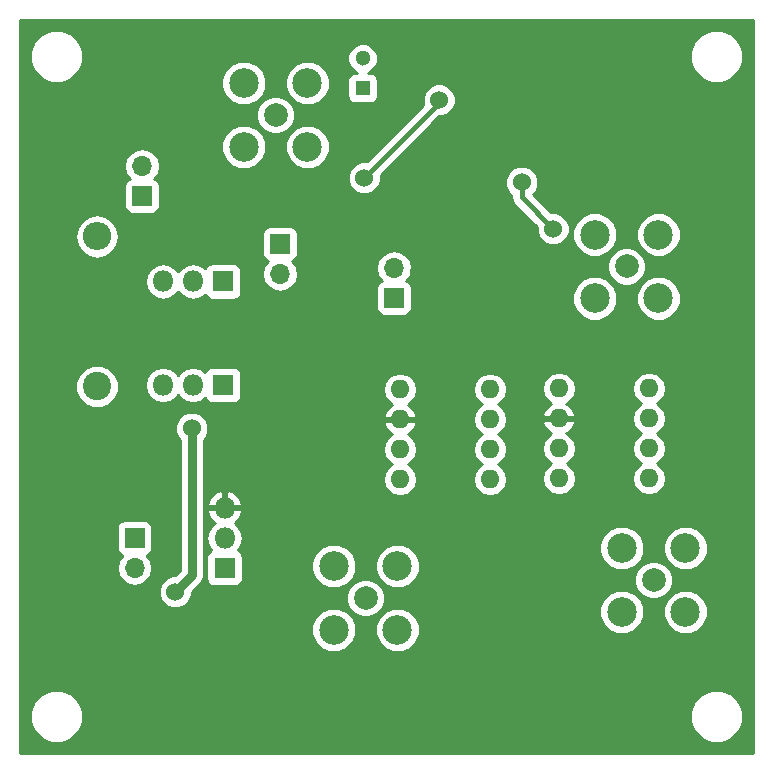
<source format=gbr>
G04 #@! TF.FileFunction,Copper,L2,Bot,Signal*
%FSLAX46Y46*%
G04 Gerber Fmt 4.6, Leading zero omitted, Abs format (unit mm)*
G04 Created by KiCad (PCBNEW 4.0.6) date Monday, June 05, 2017 'PMt' 01:39:35 PM*
%MOMM*%
%LPD*%
G01*
G04 APERTURE LIST*
%ADD10C,0.100000*%
%ADD11R,1.300000X1.300000*%
%ADD12C,1.300000*%
%ADD13R,1.700000X1.700000*%
%ADD14O,1.700000X1.700000*%
%ADD15C,1.998980*%
%ADD16C,2.500000*%
%ADD17R,1.800000X1.800000*%
%ADD18O,1.800000X1.800000*%
%ADD19C,2.400000*%
%ADD20O,2.400000X2.400000*%
%ADD21O,1.600000X1.600000*%
%ADD22C,1.524000*%
%ADD23C,0.381000*%
%ADD24C,0.762000*%
%ADD25C,0.457200*%
%ADD26C,0.254000*%
G04 APERTURE END LIST*
D10*
D11*
X144018000Y-57277000D03*
D12*
X144018000Y-54777000D03*
D13*
X125349000Y-66421000D03*
D14*
X125349000Y-63881000D03*
D15*
X136652000Y-59563000D03*
D16*
X139352020Y-62263020D03*
X133951980Y-62263020D03*
X133951980Y-56862980D03*
X139352020Y-56862980D03*
D13*
X124714000Y-95377000D03*
D14*
X124714000Y-97917000D03*
D13*
X137033000Y-70485000D03*
D14*
X137033000Y-73025000D03*
D13*
X146685000Y-75057000D03*
D14*
X146685000Y-72517000D03*
D17*
X132207000Y-82423000D03*
D18*
X129667000Y-82423000D03*
X127127000Y-82423000D03*
D17*
X132207000Y-73660000D03*
D18*
X129667000Y-73660000D03*
X127127000Y-73660000D03*
D19*
X121539000Y-82550000D03*
D20*
X121539000Y-69850000D03*
D17*
X132334000Y-97917000D03*
D18*
X132334000Y-95377000D03*
X132334000Y-92837000D03*
D15*
X168656000Y-98933000D03*
D16*
X165955980Y-96232980D03*
X171356020Y-96232980D03*
X171356020Y-101633020D03*
X165955980Y-101633020D03*
D15*
X166370000Y-72390000D03*
D16*
X169070020Y-75090020D03*
X163669980Y-75090020D03*
X163669980Y-69689980D03*
X169070020Y-69689980D03*
D15*
X144272000Y-100457000D03*
D16*
X146972020Y-103157020D03*
X141571980Y-103157020D03*
X141571980Y-97756980D03*
X146972020Y-97756980D03*
D21*
X168260038Y-82721340D03*
X168260038Y-85261340D03*
X168260038Y-87801340D03*
X168260038Y-90341340D03*
X160640038Y-90341340D03*
X160640038Y-87801340D03*
X160640038Y-85261340D03*
X160640038Y-82721340D03*
X154813000Y-82804000D03*
X154813000Y-85344000D03*
X154813000Y-87884000D03*
X154813000Y-90424000D03*
X147193000Y-90424000D03*
X147193000Y-87884000D03*
X147193000Y-85344000D03*
X147193000Y-82804000D03*
D22*
X150495000Y-58293000D03*
X144145000Y-64897000D03*
X129540000Y-86106000D03*
X128143000Y-99949000D03*
X138811000Y-93472000D03*
X155321000Y-93345000D03*
X142621000Y-80518000D03*
X160020000Y-73787000D03*
X140970000Y-83566000D03*
X144018000Y-62738000D03*
X156337000Y-97790000D03*
X157607000Y-92964000D03*
X157861000Y-90678000D03*
X157861000Y-86487000D03*
X143764000Y-86487000D03*
X136779000Y-93345000D03*
X160147000Y-69215000D03*
X157480000Y-65278000D03*
D23*
X144145000Y-64897000D02*
X150495000Y-58547000D01*
X150495000Y-58547000D02*
X150495000Y-58293000D01*
D24*
X128143000Y-99949000D02*
X129540000Y-98552000D01*
X129540000Y-98552000D02*
X129540000Y-86106000D01*
D23*
X155321000Y-93345000D02*
X138938000Y-93345000D01*
X138938000Y-93345000D02*
X138811000Y-93472000D01*
D25*
X160020000Y-73787000D02*
X153289000Y-80518000D01*
X153289000Y-80518000D02*
X142621000Y-80518000D01*
X144018000Y-62738000D02*
X140970000Y-65786000D01*
X140970000Y-65786000D02*
X140970000Y-83566000D01*
X157607000Y-92964000D02*
X157607000Y-96520000D01*
X157607000Y-96520000D02*
X156337000Y-97790000D01*
X157861000Y-86487000D02*
X157861000Y-90678000D01*
X136779000Y-93345000D02*
X143637000Y-86487000D01*
X143637000Y-86487000D02*
X143764000Y-86487000D01*
X160147000Y-69215000D02*
X157480000Y-66548000D01*
X157480000Y-66548000D02*
X157480000Y-65278000D01*
D26*
G36*
X177090000Y-113590000D02*
X115010000Y-113590000D01*
X115010000Y-110932619D01*
X115874613Y-110932619D01*
X116214155Y-111754372D01*
X116842321Y-112383636D01*
X117663481Y-112724611D01*
X118552619Y-112725387D01*
X119374372Y-112385845D01*
X120003636Y-111757679D01*
X120344611Y-110936519D01*
X120344614Y-110932619D01*
X171754613Y-110932619D01*
X172094155Y-111754372D01*
X172722321Y-112383636D01*
X173543481Y-112724611D01*
X174432619Y-112725387D01*
X175254372Y-112385845D01*
X175883636Y-111757679D01*
X176224611Y-110936519D01*
X176225387Y-110047381D01*
X175885845Y-109225628D01*
X175257679Y-108596364D01*
X174436519Y-108255389D01*
X173547381Y-108254613D01*
X172725628Y-108594155D01*
X172096364Y-109222321D01*
X171755389Y-110043481D01*
X171754613Y-110932619D01*
X120344614Y-110932619D01*
X120345387Y-110047381D01*
X120005845Y-109225628D01*
X119377679Y-108596364D01*
X118556519Y-108255389D01*
X117667381Y-108254613D01*
X116845628Y-108594155D01*
X116216364Y-109222321D01*
X115875389Y-110043481D01*
X115874613Y-110932619D01*
X115010000Y-110932619D01*
X115010000Y-103530325D01*
X139686654Y-103530325D01*
X139973023Y-104223392D01*
X140502819Y-104754113D01*
X141195385Y-105041692D01*
X141945285Y-105042346D01*
X142638352Y-104755977D01*
X143169073Y-104226181D01*
X143456652Y-103533615D01*
X143456654Y-103530325D01*
X145086694Y-103530325D01*
X145373063Y-104223392D01*
X145902859Y-104754113D01*
X146595425Y-105041692D01*
X147345325Y-105042346D01*
X148038392Y-104755977D01*
X148569113Y-104226181D01*
X148856692Y-103533615D01*
X148857346Y-102783715D01*
X148570977Y-102090648D01*
X148486801Y-102006325D01*
X164070654Y-102006325D01*
X164357023Y-102699392D01*
X164886819Y-103230113D01*
X165579385Y-103517692D01*
X166329285Y-103518346D01*
X167022352Y-103231977D01*
X167553073Y-102702181D01*
X167840652Y-102009615D01*
X167840654Y-102006325D01*
X169470694Y-102006325D01*
X169757063Y-102699392D01*
X170286859Y-103230113D01*
X170979425Y-103517692D01*
X171729325Y-103518346D01*
X172422392Y-103231977D01*
X172953113Y-102702181D01*
X173240692Y-102009615D01*
X173241346Y-101259715D01*
X172954977Y-100566648D01*
X172425181Y-100035927D01*
X171732615Y-99748348D01*
X170982715Y-99747694D01*
X170289648Y-100034063D01*
X169758927Y-100563859D01*
X169471348Y-101256425D01*
X169470694Y-102006325D01*
X167840654Y-102006325D01*
X167841306Y-101259715D01*
X167554937Y-100566648D01*
X167025141Y-100035927D01*
X166332575Y-99748348D01*
X165582675Y-99747694D01*
X164889608Y-100034063D01*
X164358887Y-100563859D01*
X164071308Y-101256425D01*
X164070654Y-102006325D01*
X148486801Y-102006325D01*
X148041181Y-101559927D01*
X147348615Y-101272348D01*
X146598715Y-101271694D01*
X145905648Y-101558063D01*
X145374927Y-102087859D01*
X145087348Y-102780425D01*
X145086694Y-103530325D01*
X143456654Y-103530325D01*
X143457306Y-102783715D01*
X143170937Y-102090648D01*
X142641141Y-101559927D01*
X141948575Y-101272348D01*
X141198675Y-101271694D01*
X140505608Y-101558063D01*
X139974887Y-102087859D01*
X139687308Y-102780425D01*
X139686654Y-103530325D01*
X115010000Y-103530325D01*
X115010000Y-100225661D01*
X126745758Y-100225661D01*
X126957990Y-100739303D01*
X127350630Y-101132629D01*
X127863900Y-101345757D01*
X128419661Y-101346242D01*
X128933303Y-101134010D01*
X129287236Y-100780694D01*
X142637226Y-100780694D01*
X142885538Y-101381655D01*
X143344927Y-101841846D01*
X143945453Y-102091206D01*
X144595694Y-102091774D01*
X145196655Y-101843462D01*
X145656846Y-101384073D01*
X145906206Y-100783547D01*
X145906774Y-100133306D01*
X145658462Y-99532345D01*
X145199073Y-99072154D01*
X144598547Y-98822794D01*
X143948306Y-98822226D01*
X143347345Y-99070538D01*
X142887154Y-99529927D01*
X142637794Y-100130453D01*
X142637226Y-100780694D01*
X129287236Y-100780694D01*
X129326629Y-100741370D01*
X129539757Y-100228100D01*
X129539966Y-99988875D01*
X130258420Y-99270421D01*
X130405581Y-99050179D01*
X130478662Y-98940806D01*
X130556000Y-98552000D01*
X130556000Y-97017000D01*
X130786560Y-97017000D01*
X130786560Y-98817000D01*
X130830838Y-99052317D01*
X130969910Y-99268441D01*
X131182110Y-99413431D01*
X131434000Y-99464440D01*
X133234000Y-99464440D01*
X133469317Y-99420162D01*
X133685441Y-99281090D01*
X133830431Y-99068890D01*
X133881440Y-98817000D01*
X133881440Y-98130285D01*
X139686654Y-98130285D01*
X139973023Y-98823352D01*
X140502819Y-99354073D01*
X141195385Y-99641652D01*
X141945285Y-99642306D01*
X142638352Y-99355937D01*
X143169073Y-98826141D01*
X143456652Y-98133575D01*
X143456654Y-98130285D01*
X145086694Y-98130285D01*
X145373063Y-98823352D01*
X145902859Y-99354073D01*
X146595425Y-99641652D01*
X147345325Y-99642306D01*
X148038392Y-99355937D01*
X148137808Y-99256694D01*
X167021226Y-99256694D01*
X167269538Y-99857655D01*
X167728927Y-100317846D01*
X168329453Y-100567206D01*
X168979694Y-100567774D01*
X169580655Y-100319462D01*
X170040846Y-99860073D01*
X170290206Y-99259547D01*
X170290774Y-98609306D01*
X170042462Y-98008345D01*
X169583073Y-97548154D01*
X168982547Y-97298794D01*
X168332306Y-97298226D01*
X167731345Y-97546538D01*
X167271154Y-98005927D01*
X167021794Y-98606453D01*
X167021226Y-99256694D01*
X148137808Y-99256694D01*
X148569113Y-98826141D01*
X148856692Y-98133575D01*
X148857346Y-97383675D01*
X148570977Y-96690608D01*
X148486801Y-96606285D01*
X164070654Y-96606285D01*
X164357023Y-97299352D01*
X164886819Y-97830073D01*
X165579385Y-98117652D01*
X166329285Y-98118306D01*
X167022352Y-97831937D01*
X167553073Y-97302141D01*
X167840652Y-96609575D01*
X167840654Y-96606285D01*
X169470694Y-96606285D01*
X169757063Y-97299352D01*
X170286859Y-97830073D01*
X170979425Y-98117652D01*
X171729325Y-98118306D01*
X172422392Y-97831937D01*
X172953113Y-97302141D01*
X173240692Y-96609575D01*
X173241346Y-95859675D01*
X172954977Y-95166608D01*
X172425181Y-94635887D01*
X171732615Y-94348308D01*
X170982715Y-94347654D01*
X170289648Y-94634023D01*
X169758927Y-95163819D01*
X169471348Y-95856385D01*
X169470694Y-96606285D01*
X167840654Y-96606285D01*
X167841306Y-95859675D01*
X167554937Y-95166608D01*
X167025141Y-94635887D01*
X166332575Y-94348308D01*
X165582675Y-94347654D01*
X164889608Y-94634023D01*
X164358887Y-95163819D01*
X164071308Y-95856385D01*
X164070654Y-96606285D01*
X148486801Y-96606285D01*
X148041181Y-96159887D01*
X147348615Y-95872308D01*
X146598715Y-95871654D01*
X145905648Y-96158023D01*
X145374927Y-96687819D01*
X145087348Y-97380385D01*
X145086694Y-98130285D01*
X143456654Y-98130285D01*
X143457306Y-97383675D01*
X143170937Y-96690608D01*
X142641141Y-96159887D01*
X141948575Y-95872308D01*
X141198675Y-95871654D01*
X140505608Y-96158023D01*
X139974887Y-96687819D01*
X139687308Y-97380385D01*
X139686654Y-98130285D01*
X133881440Y-98130285D01*
X133881440Y-97017000D01*
X133837162Y-96781683D01*
X133698090Y-96565559D01*
X133485890Y-96420569D01*
X133469656Y-96417281D01*
X133752155Y-95994491D01*
X133869000Y-95407072D01*
X133869000Y-95346928D01*
X133752155Y-94759509D01*
X133419409Y-94261519D01*
X133181418Y-94102499D01*
X133571966Y-93744576D01*
X133825046Y-93201742D01*
X133704997Y-92964000D01*
X132461000Y-92964000D01*
X132461000Y-92984000D01*
X132207000Y-92984000D01*
X132207000Y-92964000D01*
X130963003Y-92964000D01*
X130842954Y-93201742D01*
X131096034Y-93744576D01*
X131486582Y-94102499D01*
X131248591Y-94261519D01*
X130915845Y-94759509D01*
X130799000Y-95346928D01*
X130799000Y-95407072D01*
X130915845Y-95994491D01*
X131196837Y-96415026D01*
X130982559Y-96552910D01*
X130837569Y-96765110D01*
X130786560Y-97017000D01*
X130556000Y-97017000D01*
X130556000Y-92472258D01*
X130842954Y-92472258D01*
X130963003Y-92710000D01*
X132207000Y-92710000D01*
X132207000Y-91466622D01*
X132461000Y-91466622D01*
X132461000Y-92710000D01*
X133704997Y-92710000D01*
X133825046Y-92472258D01*
X133571966Y-91929424D01*
X133130417Y-91524760D01*
X132698740Y-91345964D01*
X132461000Y-91466622D01*
X132207000Y-91466622D01*
X131969260Y-91345964D01*
X131537583Y-91524760D01*
X131096034Y-91929424D01*
X130842954Y-92472258D01*
X130556000Y-92472258D01*
X130556000Y-87884000D01*
X145729887Y-87884000D01*
X145839120Y-88433151D01*
X146150189Y-88898698D01*
X146532275Y-89154000D01*
X146150189Y-89409302D01*
X145839120Y-89874849D01*
X145729887Y-90424000D01*
X145839120Y-90973151D01*
X146150189Y-91438698D01*
X146615736Y-91749767D01*
X147164887Y-91859000D01*
X147221113Y-91859000D01*
X147770264Y-91749767D01*
X148235811Y-91438698D01*
X148546880Y-90973151D01*
X148656113Y-90424000D01*
X148546880Y-89874849D01*
X148235811Y-89409302D01*
X147853725Y-89154000D01*
X148235811Y-88898698D01*
X148546880Y-88433151D01*
X148656113Y-87884000D01*
X148546880Y-87334849D01*
X148235811Y-86869302D01*
X147831297Y-86599014D01*
X148048134Y-86496389D01*
X148424041Y-86081423D01*
X148584904Y-85693039D01*
X148462915Y-85471000D01*
X147320000Y-85471000D01*
X147320000Y-85491000D01*
X147066000Y-85491000D01*
X147066000Y-85471000D01*
X145923085Y-85471000D01*
X145801096Y-85693039D01*
X145961959Y-86081423D01*
X146337866Y-86496389D01*
X146554703Y-86599014D01*
X146150189Y-86869302D01*
X145839120Y-87334849D01*
X145729887Y-87884000D01*
X130556000Y-87884000D01*
X130556000Y-87065707D01*
X130723629Y-86898370D01*
X130936757Y-86385100D01*
X130937242Y-85829339D01*
X130725010Y-85315697D01*
X130332370Y-84922371D01*
X129819100Y-84709243D01*
X129263339Y-84708758D01*
X128749697Y-84920990D01*
X128356371Y-85313630D01*
X128143243Y-85826900D01*
X128142758Y-86382661D01*
X128354990Y-86896303D01*
X128524000Y-87065608D01*
X128524000Y-98131159D01*
X128103195Y-98551965D01*
X127866339Y-98551758D01*
X127352697Y-98763990D01*
X126959371Y-99156630D01*
X126746243Y-99669900D01*
X126745758Y-100225661D01*
X115010000Y-100225661D01*
X115010000Y-97917000D01*
X123199907Y-97917000D01*
X123312946Y-98485285D01*
X123634853Y-98967054D01*
X124116622Y-99288961D01*
X124684907Y-99402000D01*
X124743093Y-99402000D01*
X125311378Y-99288961D01*
X125793147Y-98967054D01*
X126115054Y-98485285D01*
X126228093Y-97917000D01*
X126115054Y-97348715D01*
X125793147Y-96866946D01*
X125751548Y-96839150D01*
X125799317Y-96830162D01*
X126015441Y-96691090D01*
X126160431Y-96478890D01*
X126211440Y-96227000D01*
X126211440Y-94527000D01*
X126167162Y-94291683D01*
X126028090Y-94075559D01*
X125815890Y-93930569D01*
X125564000Y-93879560D01*
X123864000Y-93879560D01*
X123628683Y-93923838D01*
X123412559Y-94062910D01*
X123267569Y-94275110D01*
X123216560Y-94527000D01*
X123216560Y-96227000D01*
X123260838Y-96462317D01*
X123399910Y-96678441D01*
X123612110Y-96823431D01*
X123679541Y-96837086D01*
X123634853Y-96866946D01*
X123312946Y-97348715D01*
X123199907Y-97917000D01*
X115010000Y-97917000D01*
X115010000Y-82913403D01*
X119703682Y-82913403D01*
X119982455Y-83588086D01*
X120498199Y-84104730D01*
X121172395Y-84384681D01*
X121902403Y-84385318D01*
X122577086Y-84106545D01*
X123093730Y-83590801D01*
X123373681Y-82916605D01*
X123374111Y-82423000D01*
X125561928Y-82423000D01*
X125678773Y-83010419D01*
X126011519Y-83508409D01*
X126509509Y-83841155D01*
X127096928Y-83958000D01*
X127157072Y-83958000D01*
X127744491Y-83841155D01*
X128242481Y-83508409D01*
X128397000Y-83277155D01*
X128551519Y-83508409D01*
X129049509Y-83841155D01*
X129636928Y-83958000D01*
X129697072Y-83958000D01*
X130284491Y-83841155D01*
X130705026Y-83560163D01*
X130842910Y-83774441D01*
X131055110Y-83919431D01*
X131307000Y-83970440D01*
X133107000Y-83970440D01*
X133342317Y-83926162D01*
X133558441Y-83787090D01*
X133703431Y-83574890D01*
X133754440Y-83323000D01*
X133754440Y-82804000D01*
X145729887Y-82804000D01*
X145839120Y-83353151D01*
X146150189Y-83818698D01*
X146554703Y-84088986D01*
X146337866Y-84191611D01*
X145961959Y-84606577D01*
X145801096Y-84994961D01*
X145923085Y-85217000D01*
X147066000Y-85217000D01*
X147066000Y-85197000D01*
X147320000Y-85197000D01*
X147320000Y-85217000D01*
X148462915Y-85217000D01*
X148584904Y-84994961D01*
X148424041Y-84606577D01*
X148048134Y-84191611D01*
X147831297Y-84088986D01*
X148235811Y-83818698D01*
X148546880Y-83353151D01*
X148656113Y-82804000D01*
X153349887Y-82804000D01*
X153459120Y-83353151D01*
X153770189Y-83818698D01*
X154152275Y-84074000D01*
X153770189Y-84329302D01*
X153459120Y-84794849D01*
X153349887Y-85344000D01*
X153459120Y-85893151D01*
X153770189Y-86358698D01*
X154152275Y-86614000D01*
X153770189Y-86869302D01*
X153459120Y-87334849D01*
X153349887Y-87884000D01*
X153459120Y-88433151D01*
X153770189Y-88898698D01*
X154152275Y-89154000D01*
X153770189Y-89409302D01*
X153459120Y-89874849D01*
X153349887Y-90424000D01*
X153459120Y-90973151D01*
X153770189Y-91438698D01*
X154235736Y-91749767D01*
X154784887Y-91859000D01*
X154841113Y-91859000D01*
X155390264Y-91749767D01*
X155855811Y-91438698D01*
X156166880Y-90973151D01*
X156276113Y-90424000D01*
X156166880Y-89874849D01*
X155855811Y-89409302D01*
X155473725Y-89154000D01*
X155855811Y-88898698D01*
X156166880Y-88433151D01*
X156276113Y-87884000D01*
X156259671Y-87801340D01*
X159176925Y-87801340D01*
X159286158Y-88350491D01*
X159597227Y-88816038D01*
X159979313Y-89071340D01*
X159597227Y-89326642D01*
X159286158Y-89792189D01*
X159176925Y-90341340D01*
X159286158Y-90890491D01*
X159597227Y-91356038D01*
X160062774Y-91667107D01*
X160611925Y-91776340D01*
X160668151Y-91776340D01*
X161217302Y-91667107D01*
X161682849Y-91356038D01*
X161993918Y-90890491D01*
X162103151Y-90341340D01*
X161993918Y-89792189D01*
X161682849Y-89326642D01*
X161300763Y-89071340D01*
X161682849Y-88816038D01*
X161993918Y-88350491D01*
X162103151Y-87801340D01*
X161993918Y-87252189D01*
X161682849Y-86786642D01*
X161278335Y-86516354D01*
X161495172Y-86413729D01*
X161871079Y-85998763D01*
X162031942Y-85610379D01*
X161909953Y-85388340D01*
X160767038Y-85388340D01*
X160767038Y-85408340D01*
X160513038Y-85408340D01*
X160513038Y-85388340D01*
X159370123Y-85388340D01*
X159248134Y-85610379D01*
X159408997Y-85998763D01*
X159784904Y-86413729D01*
X160001741Y-86516354D01*
X159597227Y-86786642D01*
X159286158Y-87252189D01*
X159176925Y-87801340D01*
X156259671Y-87801340D01*
X156166880Y-87334849D01*
X155855811Y-86869302D01*
X155473725Y-86614000D01*
X155855811Y-86358698D01*
X156166880Y-85893151D01*
X156276113Y-85344000D01*
X156166880Y-84794849D01*
X155855811Y-84329302D01*
X155473725Y-84074000D01*
X155855811Y-83818698D01*
X156166880Y-83353151D01*
X156276113Y-82804000D01*
X156259671Y-82721340D01*
X159176925Y-82721340D01*
X159286158Y-83270491D01*
X159597227Y-83736038D01*
X160001741Y-84006326D01*
X159784904Y-84108951D01*
X159408997Y-84523917D01*
X159248134Y-84912301D01*
X159370123Y-85134340D01*
X160513038Y-85134340D01*
X160513038Y-85114340D01*
X160767038Y-85114340D01*
X160767038Y-85134340D01*
X161909953Y-85134340D01*
X162031942Y-84912301D01*
X161871079Y-84523917D01*
X161495172Y-84108951D01*
X161278335Y-84006326D01*
X161682849Y-83736038D01*
X161993918Y-83270491D01*
X162103151Y-82721340D01*
X166796925Y-82721340D01*
X166906158Y-83270491D01*
X167217227Y-83736038D01*
X167599313Y-83991340D01*
X167217227Y-84246642D01*
X166906158Y-84712189D01*
X166796925Y-85261340D01*
X166906158Y-85810491D01*
X167217227Y-86276038D01*
X167599313Y-86531340D01*
X167217227Y-86786642D01*
X166906158Y-87252189D01*
X166796925Y-87801340D01*
X166906158Y-88350491D01*
X167217227Y-88816038D01*
X167599313Y-89071340D01*
X167217227Y-89326642D01*
X166906158Y-89792189D01*
X166796925Y-90341340D01*
X166906158Y-90890491D01*
X167217227Y-91356038D01*
X167682774Y-91667107D01*
X168231925Y-91776340D01*
X168288151Y-91776340D01*
X168837302Y-91667107D01*
X169302849Y-91356038D01*
X169613918Y-90890491D01*
X169723151Y-90341340D01*
X169613918Y-89792189D01*
X169302849Y-89326642D01*
X168920763Y-89071340D01*
X169302849Y-88816038D01*
X169613918Y-88350491D01*
X169723151Y-87801340D01*
X169613918Y-87252189D01*
X169302849Y-86786642D01*
X168920763Y-86531340D01*
X169302849Y-86276038D01*
X169613918Y-85810491D01*
X169723151Y-85261340D01*
X169613918Y-84712189D01*
X169302849Y-84246642D01*
X168920763Y-83991340D01*
X169302849Y-83736038D01*
X169613918Y-83270491D01*
X169723151Y-82721340D01*
X169613918Y-82172189D01*
X169302849Y-81706642D01*
X168837302Y-81395573D01*
X168288151Y-81286340D01*
X168231925Y-81286340D01*
X167682774Y-81395573D01*
X167217227Y-81706642D01*
X166906158Y-82172189D01*
X166796925Y-82721340D01*
X162103151Y-82721340D01*
X161993918Y-82172189D01*
X161682849Y-81706642D01*
X161217302Y-81395573D01*
X160668151Y-81286340D01*
X160611925Y-81286340D01*
X160062774Y-81395573D01*
X159597227Y-81706642D01*
X159286158Y-82172189D01*
X159176925Y-82721340D01*
X156259671Y-82721340D01*
X156166880Y-82254849D01*
X155855811Y-81789302D01*
X155390264Y-81478233D01*
X154841113Y-81369000D01*
X154784887Y-81369000D01*
X154235736Y-81478233D01*
X153770189Y-81789302D01*
X153459120Y-82254849D01*
X153349887Y-82804000D01*
X148656113Y-82804000D01*
X148546880Y-82254849D01*
X148235811Y-81789302D01*
X147770264Y-81478233D01*
X147221113Y-81369000D01*
X147164887Y-81369000D01*
X146615736Y-81478233D01*
X146150189Y-81789302D01*
X145839120Y-82254849D01*
X145729887Y-82804000D01*
X133754440Y-82804000D01*
X133754440Y-81523000D01*
X133710162Y-81287683D01*
X133571090Y-81071559D01*
X133358890Y-80926569D01*
X133107000Y-80875560D01*
X131307000Y-80875560D01*
X131071683Y-80919838D01*
X130855559Y-81058910D01*
X130710569Y-81271110D01*
X130707281Y-81287344D01*
X130284491Y-81004845D01*
X129697072Y-80888000D01*
X129636928Y-80888000D01*
X129049509Y-81004845D01*
X128551519Y-81337591D01*
X128397000Y-81568845D01*
X128242481Y-81337591D01*
X127744491Y-81004845D01*
X127157072Y-80888000D01*
X127096928Y-80888000D01*
X126509509Y-81004845D01*
X126011519Y-81337591D01*
X125678773Y-81835581D01*
X125561928Y-82423000D01*
X123374111Y-82423000D01*
X123374318Y-82186597D01*
X123095545Y-81511914D01*
X122579801Y-80995270D01*
X121905605Y-80715319D01*
X121175597Y-80714682D01*
X120500914Y-80993455D01*
X119984270Y-81509199D01*
X119704319Y-82183395D01*
X119703682Y-82913403D01*
X115010000Y-82913403D01*
X115010000Y-73660000D01*
X125561928Y-73660000D01*
X125678773Y-74247419D01*
X126011519Y-74745409D01*
X126509509Y-75078155D01*
X127096928Y-75195000D01*
X127157072Y-75195000D01*
X127744491Y-75078155D01*
X128242481Y-74745409D01*
X128397000Y-74514155D01*
X128551519Y-74745409D01*
X129049509Y-75078155D01*
X129636928Y-75195000D01*
X129697072Y-75195000D01*
X130284491Y-75078155D01*
X130705026Y-74797163D01*
X130842910Y-75011441D01*
X131055110Y-75156431D01*
X131307000Y-75207440D01*
X133107000Y-75207440D01*
X133342317Y-75163162D01*
X133558441Y-75024090D01*
X133703431Y-74811890D01*
X133754440Y-74560000D01*
X133754440Y-73025000D01*
X135518907Y-73025000D01*
X135631946Y-73593285D01*
X135953853Y-74075054D01*
X136435622Y-74396961D01*
X137003907Y-74510000D01*
X137062093Y-74510000D01*
X137630378Y-74396961D01*
X138112147Y-74075054D01*
X138434054Y-73593285D01*
X138547093Y-73025000D01*
X138446046Y-72517000D01*
X145170907Y-72517000D01*
X145283946Y-73085285D01*
X145605853Y-73567054D01*
X145647452Y-73594850D01*
X145599683Y-73603838D01*
X145383559Y-73742910D01*
X145238569Y-73955110D01*
X145187560Y-74207000D01*
X145187560Y-75907000D01*
X145231838Y-76142317D01*
X145370910Y-76358441D01*
X145583110Y-76503431D01*
X145835000Y-76554440D01*
X147535000Y-76554440D01*
X147770317Y-76510162D01*
X147986441Y-76371090D01*
X148131431Y-76158890D01*
X148182440Y-75907000D01*
X148182440Y-75463325D01*
X161784654Y-75463325D01*
X162071023Y-76156392D01*
X162600819Y-76687113D01*
X163293385Y-76974692D01*
X164043285Y-76975346D01*
X164736352Y-76688977D01*
X165267073Y-76159181D01*
X165554652Y-75466615D01*
X165554654Y-75463325D01*
X167184694Y-75463325D01*
X167471063Y-76156392D01*
X168000859Y-76687113D01*
X168693425Y-76974692D01*
X169443325Y-76975346D01*
X170136392Y-76688977D01*
X170667113Y-76159181D01*
X170954692Y-75466615D01*
X170955346Y-74716715D01*
X170668977Y-74023648D01*
X170139181Y-73492927D01*
X169446615Y-73205348D01*
X168696715Y-73204694D01*
X168003648Y-73491063D01*
X167472927Y-74020859D01*
X167185348Y-74713425D01*
X167184694Y-75463325D01*
X165554654Y-75463325D01*
X165555306Y-74716715D01*
X165268937Y-74023648D01*
X164739141Y-73492927D01*
X164046575Y-73205348D01*
X163296675Y-73204694D01*
X162603608Y-73491063D01*
X162072887Y-74020859D01*
X161785308Y-74713425D01*
X161784654Y-75463325D01*
X148182440Y-75463325D01*
X148182440Y-74207000D01*
X148138162Y-73971683D01*
X147999090Y-73755559D01*
X147786890Y-73610569D01*
X147719459Y-73596914D01*
X147764147Y-73567054D01*
X148086054Y-73085285D01*
X148159968Y-72713694D01*
X164735226Y-72713694D01*
X164983538Y-73314655D01*
X165442927Y-73774846D01*
X166043453Y-74024206D01*
X166693694Y-74024774D01*
X167294655Y-73776462D01*
X167754846Y-73317073D01*
X168004206Y-72716547D01*
X168004774Y-72066306D01*
X167756462Y-71465345D01*
X167297073Y-71005154D01*
X166696547Y-70755794D01*
X166046306Y-70755226D01*
X165445345Y-71003538D01*
X164985154Y-71462927D01*
X164735794Y-72063453D01*
X164735226Y-72713694D01*
X148159968Y-72713694D01*
X148199093Y-72517000D01*
X148086054Y-71948715D01*
X147764147Y-71466946D01*
X147282378Y-71145039D01*
X146714093Y-71032000D01*
X146655907Y-71032000D01*
X146087622Y-71145039D01*
X145605853Y-71466946D01*
X145283946Y-71948715D01*
X145170907Y-72517000D01*
X138446046Y-72517000D01*
X138434054Y-72456715D01*
X138112147Y-71974946D01*
X138070548Y-71947150D01*
X138118317Y-71938162D01*
X138334441Y-71799090D01*
X138479431Y-71586890D01*
X138530440Y-71335000D01*
X138530440Y-69635000D01*
X138486162Y-69399683D01*
X138347090Y-69183559D01*
X138134890Y-69038569D01*
X137883000Y-68987560D01*
X136183000Y-68987560D01*
X135947683Y-69031838D01*
X135731559Y-69170910D01*
X135586569Y-69383110D01*
X135535560Y-69635000D01*
X135535560Y-71335000D01*
X135579838Y-71570317D01*
X135718910Y-71786441D01*
X135931110Y-71931431D01*
X135998541Y-71945086D01*
X135953853Y-71974946D01*
X135631946Y-72456715D01*
X135518907Y-73025000D01*
X133754440Y-73025000D01*
X133754440Y-72760000D01*
X133710162Y-72524683D01*
X133571090Y-72308559D01*
X133358890Y-72163569D01*
X133107000Y-72112560D01*
X131307000Y-72112560D01*
X131071683Y-72156838D01*
X130855559Y-72295910D01*
X130710569Y-72508110D01*
X130707281Y-72524344D01*
X130284491Y-72241845D01*
X129697072Y-72125000D01*
X129636928Y-72125000D01*
X129049509Y-72241845D01*
X128551519Y-72574591D01*
X128397000Y-72805845D01*
X128242481Y-72574591D01*
X127744491Y-72241845D01*
X127157072Y-72125000D01*
X127096928Y-72125000D01*
X126509509Y-72241845D01*
X126011519Y-72574591D01*
X125678773Y-73072581D01*
X125561928Y-73660000D01*
X115010000Y-73660000D01*
X115010000Y-69814050D01*
X119704000Y-69814050D01*
X119704000Y-69885950D01*
X119843681Y-70588174D01*
X120241459Y-71183491D01*
X120836776Y-71581269D01*
X121539000Y-71720950D01*
X122241224Y-71581269D01*
X122836541Y-71183491D01*
X123234319Y-70588174D01*
X123374000Y-69885950D01*
X123374000Y-69814050D01*
X123234319Y-69111826D01*
X122836541Y-68516509D01*
X122241224Y-68118731D01*
X121539000Y-67979050D01*
X120836776Y-68118731D01*
X120241459Y-68516509D01*
X119843681Y-69111826D01*
X119704000Y-69814050D01*
X115010000Y-69814050D01*
X115010000Y-63881000D01*
X123834907Y-63881000D01*
X123947946Y-64449285D01*
X124269853Y-64931054D01*
X124311452Y-64958850D01*
X124263683Y-64967838D01*
X124047559Y-65106910D01*
X123902569Y-65319110D01*
X123851560Y-65571000D01*
X123851560Y-67271000D01*
X123895838Y-67506317D01*
X124034910Y-67722441D01*
X124247110Y-67867431D01*
X124499000Y-67918440D01*
X126199000Y-67918440D01*
X126434317Y-67874162D01*
X126650441Y-67735090D01*
X126795431Y-67522890D01*
X126846440Y-67271000D01*
X126846440Y-65571000D01*
X126802162Y-65335683D01*
X126697904Y-65173661D01*
X142747758Y-65173661D01*
X142959990Y-65687303D01*
X143352630Y-66080629D01*
X143865900Y-66293757D01*
X144421661Y-66294242D01*
X144935303Y-66082010D01*
X145328629Y-65689370D01*
X145384564Y-65554661D01*
X156082758Y-65554661D01*
X156294990Y-66068303D01*
X156616400Y-66390275D01*
X156616400Y-66548000D01*
X156682138Y-66878485D01*
X156869343Y-67158657D01*
X158750153Y-69039467D01*
X158749758Y-69491661D01*
X158961990Y-70005303D01*
X159354630Y-70398629D01*
X159867900Y-70611757D01*
X160423661Y-70612242D01*
X160937303Y-70400010D01*
X161274616Y-70063285D01*
X161784654Y-70063285D01*
X162071023Y-70756352D01*
X162600819Y-71287073D01*
X163293385Y-71574652D01*
X164043285Y-71575306D01*
X164736352Y-71288937D01*
X165267073Y-70759141D01*
X165554652Y-70066575D01*
X165554654Y-70063285D01*
X167184694Y-70063285D01*
X167471063Y-70756352D01*
X168000859Y-71287073D01*
X168693425Y-71574652D01*
X169443325Y-71575306D01*
X170136392Y-71288937D01*
X170667113Y-70759141D01*
X170954692Y-70066575D01*
X170955346Y-69316675D01*
X170668977Y-68623608D01*
X170139181Y-68092887D01*
X169446615Y-67805308D01*
X168696715Y-67804654D01*
X168003648Y-68091023D01*
X167472927Y-68620819D01*
X167185348Y-69313385D01*
X167184694Y-70063285D01*
X165554654Y-70063285D01*
X165555306Y-69316675D01*
X165268937Y-68623608D01*
X164739141Y-68092887D01*
X164046575Y-67805308D01*
X163296675Y-67804654D01*
X162603608Y-68091023D01*
X162072887Y-68620819D01*
X161785308Y-69313385D01*
X161784654Y-70063285D01*
X161274616Y-70063285D01*
X161330629Y-70007370D01*
X161543757Y-69494100D01*
X161544242Y-68938339D01*
X161332010Y-68424697D01*
X160939370Y-68031371D01*
X160426100Y-67818243D01*
X159971161Y-67817846D01*
X158443465Y-66290150D01*
X158663629Y-66070370D01*
X158876757Y-65557100D01*
X158877242Y-65001339D01*
X158665010Y-64487697D01*
X158272370Y-64094371D01*
X157759100Y-63881243D01*
X157203339Y-63880758D01*
X156689697Y-64092990D01*
X156296371Y-64485630D01*
X156083243Y-64998900D01*
X156082758Y-65554661D01*
X145384564Y-65554661D01*
X145541757Y-65176100D01*
X145542201Y-64667233D01*
X150519412Y-59690022D01*
X150771661Y-59690242D01*
X151285303Y-59478010D01*
X151678629Y-59085370D01*
X151891757Y-58572100D01*
X151892242Y-58016339D01*
X151680010Y-57502697D01*
X151287370Y-57109371D01*
X150774100Y-56896243D01*
X150218339Y-56895758D01*
X149704697Y-57107990D01*
X149311371Y-57500630D01*
X149098243Y-58013900D01*
X149097758Y-58569661D01*
X149158324Y-58716242D01*
X144374366Y-63500200D01*
X143868339Y-63499758D01*
X143354697Y-63711990D01*
X142961371Y-64104630D01*
X142748243Y-64617900D01*
X142747758Y-65173661D01*
X126697904Y-65173661D01*
X126663090Y-65119559D01*
X126450890Y-64974569D01*
X126383459Y-64960914D01*
X126428147Y-64931054D01*
X126750054Y-64449285D01*
X126863093Y-63881000D01*
X126750054Y-63312715D01*
X126428147Y-62830946D01*
X126136876Y-62636325D01*
X132066654Y-62636325D01*
X132353023Y-63329392D01*
X132882819Y-63860113D01*
X133575385Y-64147692D01*
X134325285Y-64148346D01*
X135018352Y-63861977D01*
X135549073Y-63332181D01*
X135836652Y-62639615D01*
X135836654Y-62636325D01*
X137466694Y-62636325D01*
X137753063Y-63329392D01*
X138282859Y-63860113D01*
X138975425Y-64147692D01*
X139725325Y-64148346D01*
X140418392Y-63861977D01*
X140949113Y-63332181D01*
X141236692Y-62639615D01*
X141237346Y-61889715D01*
X140950977Y-61196648D01*
X140421181Y-60665927D01*
X139728615Y-60378348D01*
X138978715Y-60377694D01*
X138285648Y-60664063D01*
X137754927Y-61193859D01*
X137467348Y-61886425D01*
X137466694Y-62636325D01*
X135836654Y-62636325D01*
X135837306Y-61889715D01*
X135550937Y-61196648D01*
X135021141Y-60665927D01*
X134328575Y-60378348D01*
X133578675Y-60377694D01*
X132885608Y-60664063D01*
X132354887Y-61193859D01*
X132067308Y-61886425D01*
X132066654Y-62636325D01*
X126136876Y-62636325D01*
X125946378Y-62509039D01*
X125378093Y-62396000D01*
X125319907Y-62396000D01*
X124751622Y-62509039D01*
X124269853Y-62830946D01*
X123947946Y-63312715D01*
X123834907Y-63881000D01*
X115010000Y-63881000D01*
X115010000Y-59886694D01*
X135017226Y-59886694D01*
X135265538Y-60487655D01*
X135724927Y-60947846D01*
X136325453Y-61197206D01*
X136975694Y-61197774D01*
X137576655Y-60949462D01*
X138036846Y-60490073D01*
X138286206Y-59889547D01*
X138286774Y-59239306D01*
X138038462Y-58638345D01*
X137579073Y-58178154D01*
X136978547Y-57928794D01*
X136328306Y-57928226D01*
X135727345Y-58176538D01*
X135267154Y-58635927D01*
X135017794Y-59236453D01*
X135017226Y-59886694D01*
X115010000Y-59886694D01*
X115010000Y-57236285D01*
X132066654Y-57236285D01*
X132353023Y-57929352D01*
X132882819Y-58460073D01*
X133575385Y-58747652D01*
X134325285Y-58748306D01*
X135018352Y-58461937D01*
X135549073Y-57932141D01*
X135836652Y-57239575D01*
X135836654Y-57236285D01*
X137466694Y-57236285D01*
X137753063Y-57929352D01*
X138282859Y-58460073D01*
X138975425Y-58747652D01*
X139725325Y-58748306D01*
X140418392Y-58461937D01*
X140949113Y-57932141D01*
X141236692Y-57239575D01*
X141237226Y-56627000D01*
X142720560Y-56627000D01*
X142720560Y-57927000D01*
X142764838Y-58162317D01*
X142903910Y-58378441D01*
X143116110Y-58523431D01*
X143368000Y-58574440D01*
X144668000Y-58574440D01*
X144903317Y-58530162D01*
X145119441Y-58391090D01*
X145264431Y-58178890D01*
X145315440Y-57927000D01*
X145315440Y-56627000D01*
X145271162Y-56391683D01*
X145132090Y-56175559D01*
X144919890Y-56030569D01*
X144668000Y-55979560D01*
X144472540Y-55979560D01*
X144744943Y-55867005D01*
X145106735Y-55505845D01*
X145294931Y-55052619D01*
X171754613Y-55052619D01*
X172094155Y-55874372D01*
X172722321Y-56503636D01*
X173543481Y-56844611D01*
X174432619Y-56845387D01*
X175254372Y-56505845D01*
X175883636Y-55877679D01*
X176224611Y-55056519D01*
X176225387Y-54167381D01*
X175885845Y-53345628D01*
X175257679Y-52716364D01*
X174436519Y-52375389D01*
X173547381Y-52374613D01*
X172725628Y-52714155D01*
X172096364Y-53342321D01*
X171755389Y-54163481D01*
X171754613Y-55052619D01*
X145294931Y-55052619D01*
X145302777Y-55033724D01*
X145303223Y-54522519D01*
X145108005Y-54050057D01*
X144746845Y-53688265D01*
X144274724Y-53492223D01*
X143763519Y-53491777D01*
X143291057Y-53686995D01*
X142929265Y-54048155D01*
X142733223Y-54520276D01*
X142732777Y-55031481D01*
X142927995Y-55503943D01*
X143289155Y-55865735D01*
X143563276Y-55979560D01*
X143368000Y-55979560D01*
X143132683Y-56023838D01*
X142916559Y-56162910D01*
X142771569Y-56375110D01*
X142720560Y-56627000D01*
X141237226Y-56627000D01*
X141237346Y-56489675D01*
X140950977Y-55796608D01*
X140421181Y-55265887D01*
X139728615Y-54978308D01*
X138978715Y-54977654D01*
X138285648Y-55264023D01*
X137754927Y-55793819D01*
X137467348Y-56486385D01*
X137466694Y-57236285D01*
X135836654Y-57236285D01*
X135837306Y-56489675D01*
X135550937Y-55796608D01*
X135021141Y-55265887D01*
X134328575Y-54978308D01*
X133578675Y-54977654D01*
X132885608Y-55264023D01*
X132354887Y-55793819D01*
X132067308Y-56486385D01*
X132066654Y-57236285D01*
X115010000Y-57236285D01*
X115010000Y-55052619D01*
X115874613Y-55052619D01*
X116214155Y-55874372D01*
X116842321Y-56503636D01*
X117663481Y-56844611D01*
X118552619Y-56845387D01*
X119374372Y-56505845D01*
X120003636Y-55877679D01*
X120344611Y-55056519D01*
X120345387Y-54167381D01*
X120005845Y-53345628D01*
X119377679Y-52716364D01*
X118556519Y-52375389D01*
X117667381Y-52374613D01*
X116845628Y-52714155D01*
X116216364Y-53342321D01*
X115875389Y-54163481D01*
X115874613Y-55052619D01*
X115010000Y-55052619D01*
X115010000Y-51510000D01*
X177090000Y-51510000D01*
X177090000Y-113590000D01*
X177090000Y-113590000D01*
G37*
X177090000Y-113590000D02*
X115010000Y-113590000D01*
X115010000Y-110932619D01*
X115874613Y-110932619D01*
X116214155Y-111754372D01*
X116842321Y-112383636D01*
X117663481Y-112724611D01*
X118552619Y-112725387D01*
X119374372Y-112385845D01*
X120003636Y-111757679D01*
X120344611Y-110936519D01*
X120344614Y-110932619D01*
X171754613Y-110932619D01*
X172094155Y-111754372D01*
X172722321Y-112383636D01*
X173543481Y-112724611D01*
X174432619Y-112725387D01*
X175254372Y-112385845D01*
X175883636Y-111757679D01*
X176224611Y-110936519D01*
X176225387Y-110047381D01*
X175885845Y-109225628D01*
X175257679Y-108596364D01*
X174436519Y-108255389D01*
X173547381Y-108254613D01*
X172725628Y-108594155D01*
X172096364Y-109222321D01*
X171755389Y-110043481D01*
X171754613Y-110932619D01*
X120344614Y-110932619D01*
X120345387Y-110047381D01*
X120005845Y-109225628D01*
X119377679Y-108596364D01*
X118556519Y-108255389D01*
X117667381Y-108254613D01*
X116845628Y-108594155D01*
X116216364Y-109222321D01*
X115875389Y-110043481D01*
X115874613Y-110932619D01*
X115010000Y-110932619D01*
X115010000Y-103530325D01*
X139686654Y-103530325D01*
X139973023Y-104223392D01*
X140502819Y-104754113D01*
X141195385Y-105041692D01*
X141945285Y-105042346D01*
X142638352Y-104755977D01*
X143169073Y-104226181D01*
X143456652Y-103533615D01*
X143456654Y-103530325D01*
X145086694Y-103530325D01*
X145373063Y-104223392D01*
X145902859Y-104754113D01*
X146595425Y-105041692D01*
X147345325Y-105042346D01*
X148038392Y-104755977D01*
X148569113Y-104226181D01*
X148856692Y-103533615D01*
X148857346Y-102783715D01*
X148570977Y-102090648D01*
X148486801Y-102006325D01*
X164070654Y-102006325D01*
X164357023Y-102699392D01*
X164886819Y-103230113D01*
X165579385Y-103517692D01*
X166329285Y-103518346D01*
X167022352Y-103231977D01*
X167553073Y-102702181D01*
X167840652Y-102009615D01*
X167840654Y-102006325D01*
X169470694Y-102006325D01*
X169757063Y-102699392D01*
X170286859Y-103230113D01*
X170979425Y-103517692D01*
X171729325Y-103518346D01*
X172422392Y-103231977D01*
X172953113Y-102702181D01*
X173240692Y-102009615D01*
X173241346Y-101259715D01*
X172954977Y-100566648D01*
X172425181Y-100035927D01*
X171732615Y-99748348D01*
X170982715Y-99747694D01*
X170289648Y-100034063D01*
X169758927Y-100563859D01*
X169471348Y-101256425D01*
X169470694Y-102006325D01*
X167840654Y-102006325D01*
X167841306Y-101259715D01*
X167554937Y-100566648D01*
X167025141Y-100035927D01*
X166332575Y-99748348D01*
X165582675Y-99747694D01*
X164889608Y-100034063D01*
X164358887Y-100563859D01*
X164071308Y-101256425D01*
X164070654Y-102006325D01*
X148486801Y-102006325D01*
X148041181Y-101559927D01*
X147348615Y-101272348D01*
X146598715Y-101271694D01*
X145905648Y-101558063D01*
X145374927Y-102087859D01*
X145087348Y-102780425D01*
X145086694Y-103530325D01*
X143456654Y-103530325D01*
X143457306Y-102783715D01*
X143170937Y-102090648D01*
X142641141Y-101559927D01*
X141948575Y-101272348D01*
X141198675Y-101271694D01*
X140505608Y-101558063D01*
X139974887Y-102087859D01*
X139687308Y-102780425D01*
X139686654Y-103530325D01*
X115010000Y-103530325D01*
X115010000Y-100225661D01*
X126745758Y-100225661D01*
X126957990Y-100739303D01*
X127350630Y-101132629D01*
X127863900Y-101345757D01*
X128419661Y-101346242D01*
X128933303Y-101134010D01*
X129287236Y-100780694D01*
X142637226Y-100780694D01*
X142885538Y-101381655D01*
X143344927Y-101841846D01*
X143945453Y-102091206D01*
X144595694Y-102091774D01*
X145196655Y-101843462D01*
X145656846Y-101384073D01*
X145906206Y-100783547D01*
X145906774Y-100133306D01*
X145658462Y-99532345D01*
X145199073Y-99072154D01*
X144598547Y-98822794D01*
X143948306Y-98822226D01*
X143347345Y-99070538D01*
X142887154Y-99529927D01*
X142637794Y-100130453D01*
X142637226Y-100780694D01*
X129287236Y-100780694D01*
X129326629Y-100741370D01*
X129539757Y-100228100D01*
X129539966Y-99988875D01*
X130258420Y-99270421D01*
X130405581Y-99050179D01*
X130478662Y-98940806D01*
X130556000Y-98552000D01*
X130556000Y-97017000D01*
X130786560Y-97017000D01*
X130786560Y-98817000D01*
X130830838Y-99052317D01*
X130969910Y-99268441D01*
X131182110Y-99413431D01*
X131434000Y-99464440D01*
X133234000Y-99464440D01*
X133469317Y-99420162D01*
X133685441Y-99281090D01*
X133830431Y-99068890D01*
X133881440Y-98817000D01*
X133881440Y-98130285D01*
X139686654Y-98130285D01*
X139973023Y-98823352D01*
X140502819Y-99354073D01*
X141195385Y-99641652D01*
X141945285Y-99642306D01*
X142638352Y-99355937D01*
X143169073Y-98826141D01*
X143456652Y-98133575D01*
X143456654Y-98130285D01*
X145086694Y-98130285D01*
X145373063Y-98823352D01*
X145902859Y-99354073D01*
X146595425Y-99641652D01*
X147345325Y-99642306D01*
X148038392Y-99355937D01*
X148137808Y-99256694D01*
X167021226Y-99256694D01*
X167269538Y-99857655D01*
X167728927Y-100317846D01*
X168329453Y-100567206D01*
X168979694Y-100567774D01*
X169580655Y-100319462D01*
X170040846Y-99860073D01*
X170290206Y-99259547D01*
X170290774Y-98609306D01*
X170042462Y-98008345D01*
X169583073Y-97548154D01*
X168982547Y-97298794D01*
X168332306Y-97298226D01*
X167731345Y-97546538D01*
X167271154Y-98005927D01*
X167021794Y-98606453D01*
X167021226Y-99256694D01*
X148137808Y-99256694D01*
X148569113Y-98826141D01*
X148856692Y-98133575D01*
X148857346Y-97383675D01*
X148570977Y-96690608D01*
X148486801Y-96606285D01*
X164070654Y-96606285D01*
X164357023Y-97299352D01*
X164886819Y-97830073D01*
X165579385Y-98117652D01*
X166329285Y-98118306D01*
X167022352Y-97831937D01*
X167553073Y-97302141D01*
X167840652Y-96609575D01*
X167840654Y-96606285D01*
X169470694Y-96606285D01*
X169757063Y-97299352D01*
X170286859Y-97830073D01*
X170979425Y-98117652D01*
X171729325Y-98118306D01*
X172422392Y-97831937D01*
X172953113Y-97302141D01*
X173240692Y-96609575D01*
X173241346Y-95859675D01*
X172954977Y-95166608D01*
X172425181Y-94635887D01*
X171732615Y-94348308D01*
X170982715Y-94347654D01*
X170289648Y-94634023D01*
X169758927Y-95163819D01*
X169471348Y-95856385D01*
X169470694Y-96606285D01*
X167840654Y-96606285D01*
X167841306Y-95859675D01*
X167554937Y-95166608D01*
X167025141Y-94635887D01*
X166332575Y-94348308D01*
X165582675Y-94347654D01*
X164889608Y-94634023D01*
X164358887Y-95163819D01*
X164071308Y-95856385D01*
X164070654Y-96606285D01*
X148486801Y-96606285D01*
X148041181Y-96159887D01*
X147348615Y-95872308D01*
X146598715Y-95871654D01*
X145905648Y-96158023D01*
X145374927Y-96687819D01*
X145087348Y-97380385D01*
X145086694Y-98130285D01*
X143456654Y-98130285D01*
X143457306Y-97383675D01*
X143170937Y-96690608D01*
X142641141Y-96159887D01*
X141948575Y-95872308D01*
X141198675Y-95871654D01*
X140505608Y-96158023D01*
X139974887Y-96687819D01*
X139687308Y-97380385D01*
X139686654Y-98130285D01*
X133881440Y-98130285D01*
X133881440Y-97017000D01*
X133837162Y-96781683D01*
X133698090Y-96565559D01*
X133485890Y-96420569D01*
X133469656Y-96417281D01*
X133752155Y-95994491D01*
X133869000Y-95407072D01*
X133869000Y-95346928D01*
X133752155Y-94759509D01*
X133419409Y-94261519D01*
X133181418Y-94102499D01*
X133571966Y-93744576D01*
X133825046Y-93201742D01*
X133704997Y-92964000D01*
X132461000Y-92964000D01*
X132461000Y-92984000D01*
X132207000Y-92984000D01*
X132207000Y-92964000D01*
X130963003Y-92964000D01*
X130842954Y-93201742D01*
X131096034Y-93744576D01*
X131486582Y-94102499D01*
X131248591Y-94261519D01*
X130915845Y-94759509D01*
X130799000Y-95346928D01*
X130799000Y-95407072D01*
X130915845Y-95994491D01*
X131196837Y-96415026D01*
X130982559Y-96552910D01*
X130837569Y-96765110D01*
X130786560Y-97017000D01*
X130556000Y-97017000D01*
X130556000Y-92472258D01*
X130842954Y-92472258D01*
X130963003Y-92710000D01*
X132207000Y-92710000D01*
X132207000Y-91466622D01*
X132461000Y-91466622D01*
X132461000Y-92710000D01*
X133704997Y-92710000D01*
X133825046Y-92472258D01*
X133571966Y-91929424D01*
X133130417Y-91524760D01*
X132698740Y-91345964D01*
X132461000Y-91466622D01*
X132207000Y-91466622D01*
X131969260Y-91345964D01*
X131537583Y-91524760D01*
X131096034Y-91929424D01*
X130842954Y-92472258D01*
X130556000Y-92472258D01*
X130556000Y-87884000D01*
X145729887Y-87884000D01*
X145839120Y-88433151D01*
X146150189Y-88898698D01*
X146532275Y-89154000D01*
X146150189Y-89409302D01*
X145839120Y-89874849D01*
X145729887Y-90424000D01*
X145839120Y-90973151D01*
X146150189Y-91438698D01*
X146615736Y-91749767D01*
X147164887Y-91859000D01*
X147221113Y-91859000D01*
X147770264Y-91749767D01*
X148235811Y-91438698D01*
X148546880Y-90973151D01*
X148656113Y-90424000D01*
X148546880Y-89874849D01*
X148235811Y-89409302D01*
X147853725Y-89154000D01*
X148235811Y-88898698D01*
X148546880Y-88433151D01*
X148656113Y-87884000D01*
X148546880Y-87334849D01*
X148235811Y-86869302D01*
X147831297Y-86599014D01*
X148048134Y-86496389D01*
X148424041Y-86081423D01*
X148584904Y-85693039D01*
X148462915Y-85471000D01*
X147320000Y-85471000D01*
X147320000Y-85491000D01*
X147066000Y-85491000D01*
X147066000Y-85471000D01*
X145923085Y-85471000D01*
X145801096Y-85693039D01*
X145961959Y-86081423D01*
X146337866Y-86496389D01*
X146554703Y-86599014D01*
X146150189Y-86869302D01*
X145839120Y-87334849D01*
X145729887Y-87884000D01*
X130556000Y-87884000D01*
X130556000Y-87065707D01*
X130723629Y-86898370D01*
X130936757Y-86385100D01*
X130937242Y-85829339D01*
X130725010Y-85315697D01*
X130332370Y-84922371D01*
X129819100Y-84709243D01*
X129263339Y-84708758D01*
X128749697Y-84920990D01*
X128356371Y-85313630D01*
X128143243Y-85826900D01*
X128142758Y-86382661D01*
X128354990Y-86896303D01*
X128524000Y-87065608D01*
X128524000Y-98131159D01*
X128103195Y-98551965D01*
X127866339Y-98551758D01*
X127352697Y-98763990D01*
X126959371Y-99156630D01*
X126746243Y-99669900D01*
X126745758Y-100225661D01*
X115010000Y-100225661D01*
X115010000Y-97917000D01*
X123199907Y-97917000D01*
X123312946Y-98485285D01*
X123634853Y-98967054D01*
X124116622Y-99288961D01*
X124684907Y-99402000D01*
X124743093Y-99402000D01*
X125311378Y-99288961D01*
X125793147Y-98967054D01*
X126115054Y-98485285D01*
X126228093Y-97917000D01*
X126115054Y-97348715D01*
X125793147Y-96866946D01*
X125751548Y-96839150D01*
X125799317Y-96830162D01*
X126015441Y-96691090D01*
X126160431Y-96478890D01*
X126211440Y-96227000D01*
X126211440Y-94527000D01*
X126167162Y-94291683D01*
X126028090Y-94075559D01*
X125815890Y-93930569D01*
X125564000Y-93879560D01*
X123864000Y-93879560D01*
X123628683Y-93923838D01*
X123412559Y-94062910D01*
X123267569Y-94275110D01*
X123216560Y-94527000D01*
X123216560Y-96227000D01*
X123260838Y-96462317D01*
X123399910Y-96678441D01*
X123612110Y-96823431D01*
X123679541Y-96837086D01*
X123634853Y-96866946D01*
X123312946Y-97348715D01*
X123199907Y-97917000D01*
X115010000Y-97917000D01*
X115010000Y-82913403D01*
X119703682Y-82913403D01*
X119982455Y-83588086D01*
X120498199Y-84104730D01*
X121172395Y-84384681D01*
X121902403Y-84385318D01*
X122577086Y-84106545D01*
X123093730Y-83590801D01*
X123373681Y-82916605D01*
X123374111Y-82423000D01*
X125561928Y-82423000D01*
X125678773Y-83010419D01*
X126011519Y-83508409D01*
X126509509Y-83841155D01*
X127096928Y-83958000D01*
X127157072Y-83958000D01*
X127744491Y-83841155D01*
X128242481Y-83508409D01*
X128397000Y-83277155D01*
X128551519Y-83508409D01*
X129049509Y-83841155D01*
X129636928Y-83958000D01*
X129697072Y-83958000D01*
X130284491Y-83841155D01*
X130705026Y-83560163D01*
X130842910Y-83774441D01*
X131055110Y-83919431D01*
X131307000Y-83970440D01*
X133107000Y-83970440D01*
X133342317Y-83926162D01*
X133558441Y-83787090D01*
X133703431Y-83574890D01*
X133754440Y-83323000D01*
X133754440Y-82804000D01*
X145729887Y-82804000D01*
X145839120Y-83353151D01*
X146150189Y-83818698D01*
X146554703Y-84088986D01*
X146337866Y-84191611D01*
X145961959Y-84606577D01*
X145801096Y-84994961D01*
X145923085Y-85217000D01*
X147066000Y-85217000D01*
X147066000Y-85197000D01*
X147320000Y-85197000D01*
X147320000Y-85217000D01*
X148462915Y-85217000D01*
X148584904Y-84994961D01*
X148424041Y-84606577D01*
X148048134Y-84191611D01*
X147831297Y-84088986D01*
X148235811Y-83818698D01*
X148546880Y-83353151D01*
X148656113Y-82804000D01*
X153349887Y-82804000D01*
X153459120Y-83353151D01*
X153770189Y-83818698D01*
X154152275Y-84074000D01*
X153770189Y-84329302D01*
X153459120Y-84794849D01*
X153349887Y-85344000D01*
X153459120Y-85893151D01*
X153770189Y-86358698D01*
X154152275Y-86614000D01*
X153770189Y-86869302D01*
X153459120Y-87334849D01*
X153349887Y-87884000D01*
X153459120Y-88433151D01*
X153770189Y-88898698D01*
X154152275Y-89154000D01*
X153770189Y-89409302D01*
X153459120Y-89874849D01*
X153349887Y-90424000D01*
X153459120Y-90973151D01*
X153770189Y-91438698D01*
X154235736Y-91749767D01*
X154784887Y-91859000D01*
X154841113Y-91859000D01*
X155390264Y-91749767D01*
X155855811Y-91438698D01*
X156166880Y-90973151D01*
X156276113Y-90424000D01*
X156166880Y-89874849D01*
X155855811Y-89409302D01*
X155473725Y-89154000D01*
X155855811Y-88898698D01*
X156166880Y-88433151D01*
X156276113Y-87884000D01*
X156259671Y-87801340D01*
X159176925Y-87801340D01*
X159286158Y-88350491D01*
X159597227Y-88816038D01*
X159979313Y-89071340D01*
X159597227Y-89326642D01*
X159286158Y-89792189D01*
X159176925Y-90341340D01*
X159286158Y-90890491D01*
X159597227Y-91356038D01*
X160062774Y-91667107D01*
X160611925Y-91776340D01*
X160668151Y-91776340D01*
X161217302Y-91667107D01*
X161682849Y-91356038D01*
X161993918Y-90890491D01*
X162103151Y-90341340D01*
X161993918Y-89792189D01*
X161682849Y-89326642D01*
X161300763Y-89071340D01*
X161682849Y-88816038D01*
X161993918Y-88350491D01*
X162103151Y-87801340D01*
X161993918Y-87252189D01*
X161682849Y-86786642D01*
X161278335Y-86516354D01*
X161495172Y-86413729D01*
X161871079Y-85998763D01*
X162031942Y-85610379D01*
X161909953Y-85388340D01*
X160767038Y-85388340D01*
X160767038Y-85408340D01*
X160513038Y-85408340D01*
X160513038Y-85388340D01*
X159370123Y-85388340D01*
X159248134Y-85610379D01*
X159408997Y-85998763D01*
X159784904Y-86413729D01*
X160001741Y-86516354D01*
X159597227Y-86786642D01*
X159286158Y-87252189D01*
X159176925Y-87801340D01*
X156259671Y-87801340D01*
X156166880Y-87334849D01*
X155855811Y-86869302D01*
X155473725Y-86614000D01*
X155855811Y-86358698D01*
X156166880Y-85893151D01*
X156276113Y-85344000D01*
X156166880Y-84794849D01*
X155855811Y-84329302D01*
X155473725Y-84074000D01*
X155855811Y-83818698D01*
X156166880Y-83353151D01*
X156276113Y-82804000D01*
X156259671Y-82721340D01*
X159176925Y-82721340D01*
X159286158Y-83270491D01*
X159597227Y-83736038D01*
X160001741Y-84006326D01*
X159784904Y-84108951D01*
X159408997Y-84523917D01*
X159248134Y-84912301D01*
X159370123Y-85134340D01*
X160513038Y-85134340D01*
X160513038Y-85114340D01*
X160767038Y-85114340D01*
X160767038Y-85134340D01*
X161909953Y-85134340D01*
X162031942Y-84912301D01*
X161871079Y-84523917D01*
X161495172Y-84108951D01*
X161278335Y-84006326D01*
X161682849Y-83736038D01*
X161993918Y-83270491D01*
X162103151Y-82721340D01*
X166796925Y-82721340D01*
X166906158Y-83270491D01*
X167217227Y-83736038D01*
X167599313Y-83991340D01*
X167217227Y-84246642D01*
X166906158Y-84712189D01*
X166796925Y-85261340D01*
X166906158Y-85810491D01*
X167217227Y-86276038D01*
X167599313Y-86531340D01*
X167217227Y-86786642D01*
X166906158Y-87252189D01*
X166796925Y-87801340D01*
X166906158Y-88350491D01*
X167217227Y-88816038D01*
X167599313Y-89071340D01*
X167217227Y-89326642D01*
X166906158Y-89792189D01*
X166796925Y-90341340D01*
X166906158Y-90890491D01*
X167217227Y-91356038D01*
X167682774Y-91667107D01*
X168231925Y-91776340D01*
X168288151Y-91776340D01*
X168837302Y-91667107D01*
X169302849Y-91356038D01*
X169613918Y-90890491D01*
X169723151Y-90341340D01*
X169613918Y-89792189D01*
X169302849Y-89326642D01*
X168920763Y-89071340D01*
X169302849Y-88816038D01*
X169613918Y-88350491D01*
X169723151Y-87801340D01*
X169613918Y-87252189D01*
X169302849Y-86786642D01*
X168920763Y-86531340D01*
X169302849Y-86276038D01*
X169613918Y-85810491D01*
X169723151Y-85261340D01*
X169613918Y-84712189D01*
X169302849Y-84246642D01*
X168920763Y-83991340D01*
X169302849Y-83736038D01*
X169613918Y-83270491D01*
X169723151Y-82721340D01*
X169613918Y-82172189D01*
X169302849Y-81706642D01*
X168837302Y-81395573D01*
X168288151Y-81286340D01*
X168231925Y-81286340D01*
X167682774Y-81395573D01*
X167217227Y-81706642D01*
X166906158Y-82172189D01*
X166796925Y-82721340D01*
X162103151Y-82721340D01*
X161993918Y-82172189D01*
X161682849Y-81706642D01*
X161217302Y-81395573D01*
X160668151Y-81286340D01*
X160611925Y-81286340D01*
X160062774Y-81395573D01*
X159597227Y-81706642D01*
X159286158Y-82172189D01*
X159176925Y-82721340D01*
X156259671Y-82721340D01*
X156166880Y-82254849D01*
X155855811Y-81789302D01*
X155390264Y-81478233D01*
X154841113Y-81369000D01*
X154784887Y-81369000D01*
X154235736Y-81478233D01*
X153770189Y-81789302D01*
X153459120Y-82254849D01*
X153349887Y-82804000D01*
X148656113Y-82804000D01*
X148546880Y-82254849D01*
X148235811Y-81789302D01*
X147770264Y-81478233D01*
X147221113Y-81369000D01*
X147164887Y-81369000D01*
X146615736Y-81478233D01*
X146150189Y-81789302D01*
X145839120Y-82254849D01*
X145729887Y-82804000D01*
X133754440Y-82804000D01*
X133754440Y-81523000D01*
X133710162Y-81287683D01*
X133571090Y-81071559D01*
X133358890Y-80926569D01*
X133107000Y-80875560D01*
X131307000Y-80875560D01*
X131071683Y-80919838D01*
X130855559Y-81058910D01*
X130710569Y-81271110D01*
X130707281Y-81287344D01*
X130284491Y-81004845D01*
X129697072Y-80888000D01*
X129636928Y-80888000D01*
X129049509Y-81004845D01*
X128551519Y-81337591D01*
X128397000Y-81568845D01*
X128242481Y-81337591D01*
X127744491Y-81004845D01*
X127157072Y-80888000D01*
X127096928Y-80888000D01*
X126509509Y-81004845D01*
X126011519Y-81337591D01*
X125678773Y-81835581D01*
X125561928Y-82423000D01*
X123374111Y-82423000D01*
X123374318Y-82186597D01*
X123095545Y-81511914D01*
X122579801Y-80995270D01*
X121905605Y-80715319D01*
X121175597Y-80714682D01*
X120500914Y-80993455D01*
X119984270Y-81509199D01*
X119704319Y-82183395D01*
X119703682Y-82913403D01*
X115010000Y-82913403D01*
X115010000Y-73660000D01*
X125561928Y-73660000D01*
X125678773Y-74247419D01*
X126011519Y-74745409D01*
X126509509Y-75078155D01*
X127096928Y-75195000D01*
X127157072Y-75195000D01*
X127744491Y-75078155D01*
X128242481Y-74745409D01*
X128397000Y-74514155D01*
X128551519Y-74745409D01*
X129049509Y-75078155D01*
X129636928Y-75195000D01*
X129697072Y-75195000D01*
X130284491Y-75078155D01*
X130705026Y-74797163D01*
X130842910Y-75011441D01*
X131055110Y-75156431D01*
X131307000Y-75207440D01*
X133107000Y-75207440D01*
X133342317Y-75163162D01*
X133558441Y-75024090D01*
X133703431Y-74811890D01*
X133754440Y-74560000D01*
X133754440Y-73025000D01*
X135518907Y-73025000D01*
X135631946Y-73593285D01*
X135953853Y-74075054D01*
X136435622Y-74396961D01*
X137003907Y-74510000D01*
X137062093Y-74510000D01*
X137630378Y-74396961D01*
X138112147Y-74075054D01*
X138434054Y-73593285D01*
X138547093Y-73025000D01*
X138446046Y-72517000D01*
X145170907Y-72517000D01*
X145283946Y-73085285D01*
X145605853Y-73567054D01*
X145647452Y-73594850D01*
X145599683Y-73603838D01*
X145383559Y-73742910D01*
X145238569Y-73955110D01*
X145187560Y-74207000D01*
X145187560Y-75907000D01*
X145231838Y-76142317D01*
X145370910Y-76358441D01*
X145583110Y-76503431D01*
X145835000Y-76554440D01*
X147535000Y-76554440D01*
X147770317Y-76510162D01*
X147986441Y-76371090D01*
X148131431Y-76158890D01*
X148182440Y-75907000D01*
X148182440Y-75463325D01*
X161784654Y-75463325D01*
X162071023Y-76156392D01*
X162600819Y-76687113D01*
X163293385Y-76974692D01*
X164043285Y-76975346D01*
X164736352Y-76688977D01*
X165267073Y-76159181D01*
X165554652Y-75466615D01*
X165554654Y-75463325D01*
X167184694Y-75463325D01*
X167471063Y-76156392D01*
X168000859Y-76687113D01*
X168693425Y-76974692D01*
X169443325Y-76975346D01*
X170136392Y-76688977D01*
X170667113Y-76159181D01*
X170954692Y-75466615D01*
X170955346Y-74716715D01*
X170668977Y-74023648D01*
X170139181Y-73492927D01*
X169446615Y-73205348D01*
X168696715Y-73204694D01*
X168003648Y-73491063D01*
X167472927Y-74020859D01*
X167185348Y-74713425D01*
X167184694Y-75463325D01*
X165554654Y-75463325D01*
X165555306Y-74716715D01*
X165268937Y-74023648D01*
X164739141Y-73492927D01*
X164046575Y-73205348D01*
X163296675Y-73204694D01*
X162603608Y-73491063D01*
X162072887Y-74020859D01*
X161785308Y-74713425D01*
X161784654Y-75463325D01*
X148182440Y-75463325D01*
X148182440Y-74207000D01*
X148138162Y-73971683D01*
X147999090Y-73755559D01*
X147786890Y-73610569D01*
X147719459Y-73596914D01*
X147764147Y-73567054D01*
X148086054Y-73085285D01*
X148159968Y-72713694D01*
X164735226Y-72713694D01*
X164983538Y-73314655D01*
X165442927Y-73774846D01*
X166043453Y-74024206D01*
X166693694Y-74024774D01*
X167294655Y-73776462D01*
X167754846Y-73317073D01*
X168004206Y-72716547D01*
X168004774Y-72066306D01*
X167756462Y-71465345D01*
X167297073Y-71005154D01*
X166696547Y-70755794D01*
X166046306Y-70755226D01*
X165445345Y-71003538D01*
X164985154Y-71462927D01*
X164735794Y-72063453D01*
X164735226Y-72713694D01*
X148159968Y-72713694D01*
X148199093Y-72517000D01*
X148086054Y-71948715D01*
X147764147Y-71466946D01*
X147282378Y-71145039D01*
X146714093Y-71032000D01*
X146655907Y-71032000D01*
X146087622Y-71145039D01*
X145605853Y-71466946D01*
X145283946Y-71948715D01*
X145170907Y-72517000D01*
X138446046Y-72517000D01*
X138434054Y-72456715D01*
X138112147Y-71974946D01*
X138070548Y-71947150D01*
X138118317Y-71938162D01*
X138334441Y-71799090D01*
X138479431Y-71586890D01*
X138530440Y-71335000D01*
X138530440Y-69635000D01*
X138486162Y-69399683D01*
X138347090Y-69183559D01*
X138134890Y-69038569D01*
X137883000Y-68987560D01*
X136183000Y-68987560D01*
X135947683Y-69031838D01*
X135731559Y-69170910D01*
X135586569Y-69383110D01*
X135535560Y-69635000D01*
X135535560Y-71335000D01*
X135579838Y-71570317D01*
X135718910Y-71786441D01*
X135931110Y-71931431D01*
X135998541Y-71945086D01*
X135953853Y-71974946D01*
X135631946Y-72456715D01*
X135518907Y-73025000D01*
X133754440Y-73025000D01*
X133754440Y-72760000D01*
X133710162Y-72524683D01*
X133571090Y-72308559D01*
X133358890Y-72163569D01*
X133107000Y-72112560D01*
X131307000Y-72112560D01*
X131071683Y-72156838D01*
X130855559Y-72295910D01*
X130710569Y-72508110D01*
X130707281Y-72524344D01*
X130284491Y-72241845D01*
X129697072Y-72125000D01*
X129636928Y-72125000D01*
X129049509Y-72241845D01*
X128551519Y-72574591D01*
X128397000Y-72805845D01*
X128242481Y-72574591D01*
X127744491Y-72241845D01*
X127157072Y-72125000D01*
X127096928Y-72125000D01*
X126509509Y-72241845D01*
X126011519Y-72574591D01*
X125678773Y-73072581D01*
X125561928Y-73660000D01*
X115010000Y-73660000D01*
X115010000Y-69814050D01*
X119704000Y-69814050D01*
X119704000Y-69885950D01*
X119843681Y-70588174D01*
X120241459Y-71183491D01*
X120836776Y-71581269D01*
X121539000Y-71720950D01*
X122241224Y-71581269D01*
X122836541Y-71183491D01*
X123234319Y-70588174D01*
X123374000Y-69885950D01*
X123374000Y-69814050D01*
X123234319Y-69111826D01*
X122836541Y-68516509D01*
X122241224Y-68118731D01*
X121539000Y-67979050D01*
X120836776Y-68118731D01*
X120241459Y-68516509D01*
X119843681Y-69111826D01*
X119704000Y-69814050D01*
X115010000Y-69814050D01*
X115010000Y-63881000D01*
X123834907Y-63881000D01*
X123947946Y-64449285D01*
X124269853Y-64931054D01*
X124311452Y-64958850D01*
X124263683Y-64967838D01*
X124047559Y-65106910D01*
X123902569Y-65319110D01*
X123851560Y-65571000D01*
X123851560Y-67271000D01*
X123895838Y-67506317D01*
X124034910Y-67722441D01*
X124247110Y-67867431D01*
X124499000Y-67918440D01*
X126199000Y-67918440D01*
X126434317Y-67874162D01*
X126650441Y-67735090D01*
X126795431Y-67522890D01*
X126846440Y-67271000D01*
X126846440Y-65571000D01*
X126802162Y-65335683D01*
X126697904Y-65173661D01*
X142747758Y-65173661D01*
X142959990Y-65687303D01*
X143352630Y-66080629D01*
X143865900Y-66293757D01*
X144421661Y-66294242D01*
X144935303Y-66082010D01*
X145328629Y-65689370D01*
X145384564Y-65554661D01*
X156082758Y-65554661D01*
X156294990Y-66068303D01*
X156616400Y-66390275D01*
X156616400Y-66548000D01*
X156682138Y-66878485D01*
X156869343Y-67158657D01*
X158750153Y-69039467D01*
X158749758Y-69491661D01*
X158961990Y-70005303D01*
X159354630Y-70398629D01*
X159867900Y-70611757D01*
X160423661Y-70612242D01*
X160937303Y-70400010D01*
X161274616Y-70063285D01*
X161784654Y-70063285D01*
X162071023Y-70756352D01*
X162600819Y-71287073D01*
X163293385Y-71574652D01*
X164043285Y-71575306D01*
X164736352Y-71288937D01*
X165267073Y-70759141D01*
X165554652Y-70066575D01*
X165554654Y-70063285D01*
X167184694Y-70063285D01*
X167471063Y-70756352D01*
X168000859Y-71287073D01*
X168693425Y-71574652D01*
X169443325Y-71575306D01*
X170136392Y-71288937D01*
X170667113Y-70759141D01*
X170954692Y-70066575D01*
X170955346Y-69316675D01*
X170668977Y-68623608D01*
X170139181Y-68092887D01*
X169446615Y-67805308D01*
X168696715Y-67804654D01*
X168003648Y-68091023D01*
X167472927Y-68620819D01*
X167185348Y-69313385D01*
X167184694Y-70063285D01*
X165554654Y-70063285D01*
X165555306Y-69316675D01*
X165268937Y-68623608D01*
X164739141Y-68092887D01*
X164046575Y-67805308D01*
X163296675Y-67804654D01*
X162603608Y-68091023D01*
X162072887Y-68620819D01*
X161785308Y-69313385D01*
X161784654Y-70063285D01*
X161274616Y-70063285D01*
X161330629Y-70007370D01*
X161543757Y-69494100D01*
X161544242Y-68938339D01*
X161332010Y-68424697D01*
X160939370Y-68031371D01*
X160426100Y-67818243D01*
X159971161Y-67817846D01*
X158443465Y-66290150D01*
X158663629Y-66070370D01*
X158876757Y-65557100D01*
X158877242Y-65001339D01*
X158665010Y-64487697D01*
X158272370Y-64094371D01*
X157759100Y-63881243D01*
X157203339Y-63880758D01*
X156689697Y-64092990D01*
X156296371Y-64485630D01*
X156083243Y-64998900D01*
X156082758Y-65554661D01*
X145384564Y-65554661D01*
X145541757Y-65176100D01*
X145542201Y-64667233D01*
X150519412Y-59690022D01*
X150771661Y-59690242D01*
X151285303Y-59478010D01*
X151678629Y-59085370D01*
X151891757Y-58572100D01*
X151892242Y-58016339D01*
X151680010Y-57502697D01*
X151287370Y-57109371D01*
X150774100Y-56896243D01*
X150218339Y-56895758D01*
X149704697Y-57107990D01*
X149311371Y-57500630D01*
X149098243Y-58013900D01*
X149097758Y-58569661D01*
X149158324Y-58716242D01*
X144374366Y-63500200D01*
X143868339Y-63499758D01*
X143354697Y-63711990D01*
X142961371Y-64104630D01*
X142748243Y-64617900D01*
X142747758Y-65173661D01*
X126697904Y-65173661D01*
X126663090Y-65119559D01*
X126450890Y-64974569D01*
X126383459Y-64960914D01*
X126428147Y-64931054D01*
X126750054Y-64449285D01*
X126863093Y-63881000D01*
X126750054Y-63312715D01*
X126428147Y-62830946D01*
X126136876Y-62636325D01*
X132066654Y-62636325D01*
X132353023Y-63329392D01*
X132882819Y-63860113D01*
X133575385Y-64147692D01*
X134325285Y-64148346D01*
X135018352Y-63861977D01*
X135549073Y-63332181D01*
X135836652Y-62639615D01*
X135836654Y-62636325D01*
X137466694Y-62636325D01*
X137753063Y-63329392D01*
X138282859Y-63860113D01*
X138975425Y-64147692D01*
X139725325Y-64148346D01*
X140418392Y-63861977D01*
X140949113Y-63332181D01*
X141236692Y-62639615D01*
X141237346Y-61889715D01*
X140950977Y-61196648D01*
X140421181Y-60665927D01*
X139728615Y-60378348D01*
X138978715Y-60377694D01*
X138285648Y-60664063D01*
X137754927Y-61193859D01*
X137467348Y-61886425D01*
X137466694Y-62636325D01*
X135836654Y-62636325D01*
X135837306Y-61889715D01*
X135550937Y-61196648D01*
X135021141Y-60665927D01*
X134328575Y-60378348D01*
X133578675Y-60377694D01*
X132885608Y-60664063D01*
X132354887Y-61193859D01*
X132067308Y-61886425D01*
X132066654Y-62636325D01*
X126136876Y-62636325D01*
X125946378Y-62509039D01*
X125378093Y-62396000D01*
X125319907Y-62396000D01*
X124751622Y-62509039D01*
X124269853Y-62830946D01*
X123947946Y-63312715D01*
X123834907Y-63881000D01*
X115010000Y-63881000D01*
X115010000Y-59886694D01*
X135017226Y-59886694D01*
X135265538Y-60487655D01*
X135724927Y-60947846D01*
X136325453Y-61197206D01*
X136975694Y-61197774D01*
X137576655Y-60949462D01*
X138036846Y-60490073D01*
X138286206Y-59889547D01*
X138286774Y-59239306D01*
X138038462Y-58638345D01*
X137579073Y-58178154D01*
X136978547Y-57928794D01*
X136328306Y-57928226D01*
X135727345Y-58176538D01*
X135267154Y-58635927D01*
X135017794Y-59236453D01*
X135017226Y-59886694D01*
X115010000Y-59886694D01*
X115010000Y-57236285D01*
X132066654Y-57236285D01*
X132353023Y-57929352D01*
X132882819Y-58460073D01*
X133575385Y-58747652D01*
X134325285Y-58748306D01*
X135018352Y-58461937D01*
X135549073Y-57932141D01*
X135836652Y-57239575D01*
X135836654Y-57236285D01*
X137466694Y-57236285D01*
X137753063Y-57929352D01*
X138282859Y-58460073D01*
X138975425Y-58747652D01*
X139725325Y-58748306D01*
X140418392Y-58461937D01*
X140949113Y-57932141D01*
X141236692Y-57239575D01*
X141237226Y-56627000D01*
X142720560Y-56627000D01*
X142720560Y-57927000D01*
X142764838Y-58162317D01*
X142903910Y-58378441D01*
X143116110Y-58523431D01*
X143368000Y-58574440D01*
X144668000Y-58574440D01*
X144903317Y-58530162D01*
X145119441Y-58391090D01*
X145264431Y-58178890D01*
X145315440Y-57927000D01*
X145315440Y-56627000D01*
X145271162Y-56391683D01*
X145132090Y-56175559D01*
X144919890Y-56030569D01*
X144668000Y-55979560D01*
X144472540Y-55979560D01*
X144744943Y-55867005D01*
X145106735Y-55505845D01*
X145294931Y-55052619D01*
X171754613Y-55052619D01*
X172094155Y-55874372D01*
X172722321Y-56503636D01*
X173543481Y-56844611D01*
X174432619Y-56845387D01*
X175254372Y-56505845D01*
X175883636Y-55877679D01*
X176224611Y-55056519D01*
X176225387Y-54167381D01*
X175885845Y-53345628D01*
X175257679Y-52716364D01*
X174436519Y-52375389D01*
X173547381Y-52374613D01*
X172725628Y-52714155D01*
X172096364Y-53342321D01*
X171755389Y-54163481D01*
X171754613Y-55052619D01*
X145294931Y-55052619D01*
X145302777Y-55033724D01*
X145303223Y-54522519D01*
X145108005Y-54050057D01*
X144746845Y-53688265D01*
X144274724Y-53492223D01*
X143763519Y-53491777D01*
X143291057Y-53686995D01*
X142929265Y-54048155D01*
X142733223Y-54520276D01*
X142732777Y-55031481D01*
X142927995Y-55503943D01*
X143289155Y-55865735D01*
X143563276Y-55979560D01*
X143368000Y-55979560D01*
X143132683Y-56023838D01*
X142916559Y-56162910D01*
X142771569Y-56375110D01*
X142720560Y-56627000D01*
X141237226Y-56627000D01*
X141237346Y-56489675D01*
X140950977Y-55796608D01*
X140421181Y-55265887D01*
X139728615Y-54978308D01*
X138978715Y-54977654D01*
X138285648Y-55264023D01*
X137754927Y-55793819D01*
X137467348Y-56486385D01*
X137466694Y-57236285D01*
X135836654Y-57236285D01*
X135837306Y-56489675D01*
X135550937Y-55796608D01*
X135021141Y-55265887D01*
X134328575Y-54978308D01*
X133578675Y-54977654D01*
X132885608Y-55264023D01*
X132354887Y-55793819D01*
X132067308Y-56486385D01*
X132066654Y-57236285D01*
X115010000Y-57236285D01*
X115010000Y-55052619D01*
X115874613Y-55052619D01*
X116214155Y-55874372D01*
X116842321Y-56503636D01*
X117663481Y-56844611D01*
X118552619Y-56845387D01*
X119374372Y-56505845D01*
X120003636Y-55877679D01*
X120344611Y-55056519D01*
X120345387Y-54167381D01*
X120005845Y-53345628D01*
X119377679Y-52716364D01*
X118556519Y-52375389D01*
X117667381Y-52374613D01*
X116845628Y-52714155D01*
X116216364Y-53342321D01*
X115875389Y-54163481D01*
X115874613Y-55052619D01*
X115010000Y-55052619D01*
X115010000Y-51510000D01*
X177090000Y-51510000D01*
X177090000Y-113590000D01*
M02*

</source>
